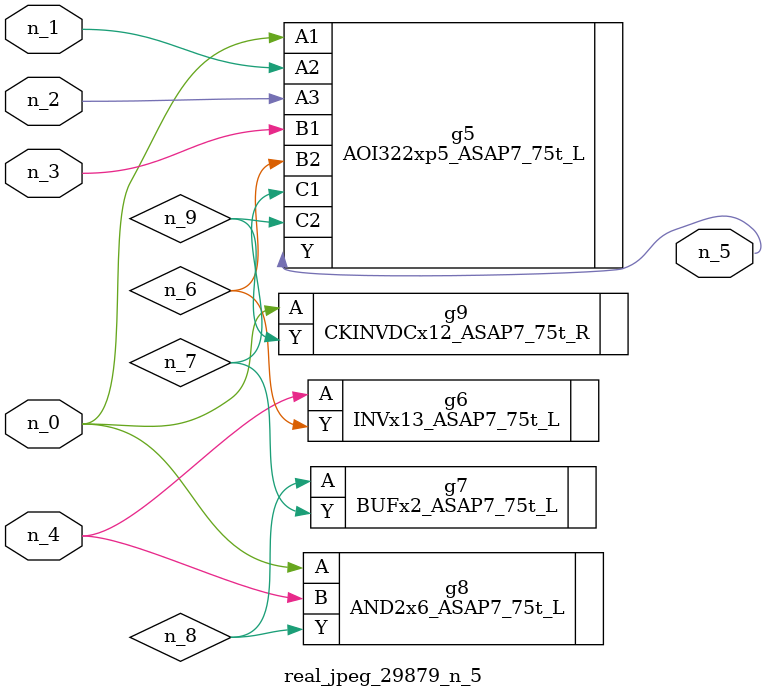
<source format=v>
module real_jpeg_29879_n_5 (n_4, n_0, n_1, n_2, n_3, n_5);

input n_4;
input n_0;
input n_1;
input n_2;
input n_3;

output n_5;

wire n_8;
wire n_6;
wire n_7;
wire n_9;

AOI322xp5_ASAP7_75t_L g5 ( 
.A1(n_0),
.A2(n_1),
.A3(n_2),
.B1(n_3),
.B2(n_6),
.C1(n_7),
.C2(n_9),
.Y(n_5)
);

AND2x6_ASAP7_75t_L g8 ( 
.A(n_0),
.B(n_4),
.Y(n_8)
);

CKINVDCx12_ASAP7_75t_R g9 ( 
.A(n_0),
.Y(n_9)
);

INVx13_ASAP7_75t_L g6 ( 
.A(n_4),
.Y(n_6)
);

BUFx2_ASAP7_75t_L g7 ( 
.A(n_8),
.Y(n_7)
);


endmodule
</source>
